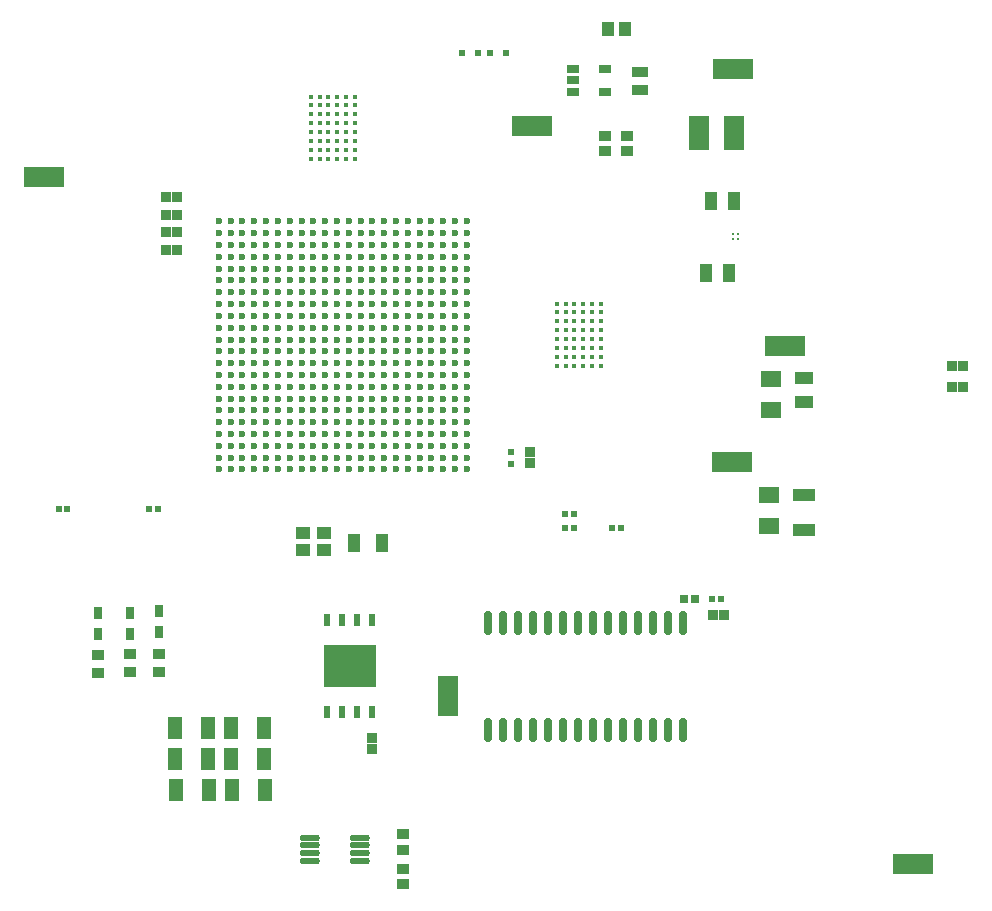
<source format=gbr>
%TF.GenerationSoftware,Altium Limited,Altium Designer,21.5.1 (32)*%
G04 Layer_Color=8421504*
%FSLAX45Y45*%
%MOMM*%
%TF.SameCoordinates,BAA3C551-5021-4B2B-824C-9EA50FFAFE59*%
%TF.FilePolarity,Positive*%
%TF.FileFunction,Paste,Top*%
%TF.Part,Single*%
G01*
G75*
%TA.AperFunction,SMDPad,CuDef*%
%ADD16R,3.43000X1.78000*%
%ADD28R,1.78000X3.43000*%
%ADD30R,1.00606X1.30822*%
%ADD31R,1.35000X0.95000*%
%ADD38R,0.50000X0.50000*%
%ADD70R,0.82000X0.86000*%
%ADD72R,0.86000X0.82000*%
%ADD99R,0.80000X0.75000*%
%ADD100O,0.70000X2.10000*%
%TA.AperFunction,BGAPad,CuDef*%
%ADD101C,0.60000*%
%TA.AperFunction,SMDPad,CuDef*%
%ADD102C,0.33000*%
%ADD103R,1.05000X1.55000*%
%ADD104R,4.50000X3.60000*%
%ADD105R,0.55000X1.05000*%
%ADD106O,1.70000X0.55000*%
%ADD107R,0.60000X0.55000*%
%ADD108R,1.20000X1.85000*%
%ADD109R,1.20000X1.00000*%
%ADD110R,1.05000X1.65000*%
%ADD111R,1.05000X0.90000*%
%ADD112R,1.70000X2.90000*%
G04:AMPARAMS|DCode=113|XSize=0.7mm|YSize=1.1mm|CornerRadius=0.101mm|HoleSize=0mm|Usage=FLASHONLY|Rotation=90.000|XOffset=0mm|YOffset=0mm|HoleType=Round|Shape=RoundedRectangle|*
%AMROUNDEDRECTD113*
21,1,0.70000,0.89800,0,0,90.0*
21,1,0.49800,1.10000,0,0,90.0*
1,1,0.20200,0.44900,0.24900*
1,1,0.20200,0.44900,-0.24900*
1,1,0.20200,-0.44900,-0.24900*
1,1,0.20200,-0.44900,0.24900*
%
%ADD113ROUNDEDRECTD113*%
%ADD114R,1.85000X1.10000*%
%ADD115R,1.55000X1.05000*%
%ADD116R,1.80000X1.45000*%
%ADD117R,0.58000X0.50000*%
%TA.AperFunction,BGAPad,CuDef*%
%ADD118C,0.43000*%
%ADD119C,0.39000*%
%TA.AperFunction,SMDPad,CuDef*%
%ADD120R,1.10000X0.95000*%
%ADD121R,0.80000X1.10000*%
D16*
X2975492Y8915489D02*
D03*
X10334747Y3102031D02*
D03*
X8811603Y9833049D02*
D03*
X7112290Y9352386D02*
D03*
X9249999Y7487498D02*
D03*
X8802011Y6505486D02*
D03*
D28*
X6400787Y4520676D02*
D03*
D30*
X7894015Y10165650D02*
D03*
X7748799Y10165650D02*
D03*
D31*
X8023984Y9652313D02*
D03*
X8023984Y9802315D02*
D03*
D38*
X6927555Y6590599D02*
D03*
X6927555Y6490599D02*
D03*
D70*
X5756250Y4070345D02*
D03*
X5756250Y4166342D02*
D03*
X7093443Y6586774D02*
D03*
X7093443Y6490772D02*
D03*
D72*
X8638281Y5208351D02*
D03*
X8734283Y5208351D02*
D03*
X4008907Y8596996D02*
D03*
X4008897Y8747420D02*
D03*
X4008902Y8446572D02*
D03*
X4008897Y8296143D02*
D03*
X10761208Y7313900D02*
D03*
X10761208Y7137400D02*
D03*
X10665206Y7313900D02*
D03*
X10665206Y7137400D02*
D03*
X4104899Y8747420D02*
D03*
X4104909Y8596996D02*
D03*
X4104899Y8296143D02*
D03*
X4104904Y8446572D02*
D03*
D99*
X8488355Y5345897D02*
D03*
X8393359Y5345897D02*
D03*
D100*
X7372111Y4238346D02*
D03*
X6737111Y4238346D02*
D03*
X6864111Y4238346D02*
D03*
X6991111Y4238346D02*
D03*
X7118111Y4238346D02*
D03*
X7245111Y4238346D02*
D03*
X7499111Y4238346D02*
D03*
X7626111Y4238346D02*
D03*
X7753111Y4238346D02*
D03*
X7880111Y4238346D02*
D03*
X8007111Y4238346D02*
D03*
X8134111Y4238346D02*
D03*
X8261111Y4238346D02*
D03*
X8388111Y4238346D02*
D03*
X6737111Y5138349D02*
D03*
X6864111Y5138349D02*
D03*
X6991111Y5138349D02*
D03*
X7118111Y5138349D02*
D03*
X7245111Y5138349D02*
D03*
X7372111Y5138349D02*
D03*
X7499111Y5138349D02*
D03*
X7626111Y5138349D02*
D03*
X7753111Y5138349D02*
D03*
X7880111Y5138349D02*
D03*
X8007111Y5138349D02*
D03*
X8134111Y5138349D02*
D03*
X8261111Y5138349D02*
D03*
X8388111Y5138349D02*
D03*
D101*
X6556995Y6440602D02*
D03*
X5856996Y8340598D02*
D03*
X6356995Y7740599D02*
D03*
X6356995Y7840599D02*
D03*
X5656997Y7740599D02*
D03*
X5556997Y7740599D02*
D03*
X5456997Y7740599D02*
D03*
X6356995Y7240600D02*
D03*
X5756996Y7440600D02*
D03*
X6356995Y7140600D02*
D03*
X5856996Y6640601D02*
D03*
X5756996Y7640599D02*
D03*
X5756996Y7540600D02*
D03*
X5756996Y7340600D02*
D03*
X5656997Y7240600D02*
D03*
X5556997Y7240600D02*
D03*
X5456997Y7240600D02*
D03*
X5156998Y8340598D02*
D03*
X5356997Y7740599D02*
D03*
X5256997Y7640599D02*
D03*
X5256997Y7540600D02*
D03*
X4656999Y7840599D02*
D03*
X4656999Y7740599D02*
D03*
X5256997Y7440600D02*
D03*
X5356997Y7240600D02*
D03*
X5256997Y7340600D02*
D03*
X5156998Y6640601D02*
D03*
X4656999Y7240600D02*
D03*
X4656999Y7140600D02*
D03*
X6556995Y8340598D02*
D03*
X6456995Y8440598D02*
D03*
X6356995Y8540603D02*
D03*
X5956996Y8040599D02*
D03*
X6056996Y8040599D02*
D03*
X5856996Y7840599D02*
D03*
X6056996Y7840599D02*
D03*
X5856996Y7740599D02*
D03*
X5856996Y7640599D02*
D03*
X4656999Y8540603D02*
D03*
X4556999Y8440598D02*
D03*
X4956998Y8040599D02*
D03*
X4456999Y8340598D02*
D03*
X5656997Y7840599D02*
D03*
X5756996Y7840599D02*
D03*
X5256997Y7840599D02*
D03*
X5356997Y7840599D02*
D03*
X5156998Y7840599D02*
D03*
X5156998Y7740599D02*
D03*
X5156998Y7640599D02*
D03*
X6056996Y6940601D02*
D03*
X5856996Y7340600D02*
D03*
X5856996Y7240600D02*
D03*
X5856996Y7140600D02*
D03*
X5756996Y7140600D02*
D03*
X6556995Y6640601D02*
D03*
X6456995Y6540602D02*
D03*
X6356995Y6440602D02*
D03*
X5256997Y7140600D02*
D03*
X5356997Y7140600D02*
D03*
X5156998Y7240600D02*
D03*
X5156998Y7140600D02*
D03*
X5656997Y7140600D02*
D03*
X5156998Y7340600D02*
D03*
X4956998Y6940601D02*
D03*
X4556999Y6540602D02*
D03*
X4656999Y6440602D02*
D03*
X4456999Y6640601D02*
D03*
X4456999Y6440602D02*
D03*
X4456999Y6540602D02*
D03*
X4456999Y6740601D02*
D03*
X4456999Y6840601D02*
D03*
X4456999Y6940601D02*
D03*
X4456999Y7040601D02*
D03*
X4456999Y7140600D02*
D03*
X4456999Y7240600D02*
D03*
X4456999Y7340600D02*
D03*
X4456999Y7440600D02*
D03*
X4456999Y7540600D02*
D03*
X4456999Y7640599D02*
D03*
X4456999Y7740599D02*
D03*
X4456999Y7840599D02*
D03*
X4456999Y7940599D02*
D03*
X4456999Y8040599D02*
D03*
X4456999Y8140598D02*
D03*
X4456999Y8240598D02*
D03*
X4456999Y8440598D02*
D03*
X4456999Y8540603D02*
D03*
X4556999Y6440602D02*
D03*
X4556999Y6640601D02*
D03*
X4556999Y6740601D02*
D03*
X4556999Y6840601D02*
D03*
X4556999Y6940601D02*
D03*
X4556999Y7040601D02*
D03*
X4556999Y7140600D02*
D03*
X4556999Y7240600D02*
D03*
X4556999Y7340600D02*
D03*
X4556999Y7440600D02*
D03*
X4556999Y7540600D02*
D03*
X4556999Y7640599D02*
D03*
X4556999Y7740599D02*
D03*
X4556999Y7840599D02*
D03*
X4556999Y7940599D02*
D03*
X4556999Y8040599D02*
D03*
X4556999Y8140598D02*
D03*
X4556999Y8240598D02*
D03*
X4556999Y8340598D02*
D03*
X4556999Y8540603D02*
D03*
X4656999Y6540602D02*
D03*
X4656999Y6640601D02*
D03*
X4656999Y6740601D02*
D03*
X4656999Y6840601D02*
D03*
X4656999Y6940601D02*
D03*
X4656999Y7040601D02*
D03*
X4656999Y7340600D02*
D03*
X4656999Y7440600D02*
D03*
X4656999Y7540600D02*
D03*
X4656999Y7640599D02*
D03*
X4656999Y7940599D02*
D03*
X4656999Y8040599D02*
D03*
X4656999Y8140598D02*
D03*
X4656999Y8240598D02*
D03*
X4656999Y8340598D02*
D03*
X4656999Y8440598D02*
D03*
X4756998Y6440602D02*
D03*
X4756998Y6540602D02*
D03*
X4756998Y6640601D02*
D03*
X4756998Y6740601D02*
D03*
X4756998Y6840601D02*
D03*
X4756998Y6940601D02*
D03*
X4756998Y7040601D02*
D03*
X4756998Y7140600D02*
D03*
X4756998Y7240600D02*
D03*
X4756998Y7340600D02*
D03*
X4756998Y7440600D02*
D03*
X4756998Y7540600D02*
D03*
X4756998Y7640599D02*
D03*
X4756998Y7740599D02*
D03*
X4756998Y7840599D02*
D03*
X4756998Y7940599D02*
D03*
X4756998Y8040599D02*
D03*
X4756998Y8140598D02*
D03*
X4756998Y8240598D02*
D03*
X4756998Y8340598D02*
D03*
X4756998Y8440598D02*
D03*
X4756998Y8540603D02*
D03*
X4856998Y6440602D02*
D03*
X4856998Y6540602D02*
D03*
X4856998Y6640601D02*
D03*
X4856998Y6740601D02*
D03*
X4856998Y6840601D02*
D03*
X4856998Y6940601D02*
D03*
X4856998Y7040601D02*
D03*
X4856998Y7140600D02*
D03*
X4856998Y7240600D02*
D03*
X4856998Y7340600D02*
D03*
X4856998Y7440600D02*
D03*
X4856998Y7540600D02*
D03*
X4856998Y7640599D02*
D03*
X4856998Y7740599D02*
D03*
X4856998Y7840599D02*
D03*
X4856998Y7940599D02*
D03*
X4856998Y8040599D02*
D03*
X4856998Y8140598D02*
D03*
X4856998Y8240598D02*
D03*
X4856998Y8340598D02*
D03*
X4856998Y8440598D02*
D03*
X4856998Y8540603D02*
D03*
X4956998Y6440602D02*
D03*
X4956998Y6540602D02*
D03*
X4956998Y6640601D02*
D03*
X4956998Y6740601D02*
D03*
X4956998Y6840601D02*
D03*
X4956998Y7040601D02*
D03*
X4956998Y7140600D02*
D03*
X4956998Y7240600D02*
D03*
X4956998Y7340600D02*
D03*
X4956998Y7440600D02*
D03*
X4956998Y7540600D02*
D03*
X4956998Y7640599D02*
D03*
X4956998Y7740599D02*
D03*
X4956998Y7840599D02*
D03*
X4956998Y7940599D02*
D03*
X4956998Y8140598D02*
D03*
X4956998Y8240598D02*
D03*
X4956998Y8340598D02*
D03*
X4956998Y8440598D02*
D03*
X4956998Y8540603D02*
D03*
X5056998Y6440602D02*
D03*
X5056998Y6540602D02*
D03*
X5056998Y6640601D02*
D03*
X5056998Y6740601D02*
D03*
X5056998Y6840601D02*
D03*
X5056998Y6940601D02*
D03*
X5056998Y7040601D02*
D03*
X5056998Y7140600D02*
D03*
X5056998Y7240600D02*
D03*
X5056998Y7340600D02*
D03*
X5056998Y7440600D02*
D03*
X5056998Y7540600D02*
D03*
X5056998Y7640599D02*
D03*
X5056998Y7740599D02*
D03*
X5056998Y7840599D02*
D03*
X5056998Y7940599D02*
D03*
X5056998Y8040599D02*
D03*
X5056998Y8140598D02*
D03*
X5056998Y8240598D02*
D03*
X5056998Y8340598D02*
D03*
X5056998Y8440598D02*
D03*
X5056998Y8540603D02*
D03*
X5156998Y6440602D02*
D03*
X5156998Y6540602D02*
D03*
X5156998Y6740601D02*
D03*
X5156998Y6840601D02*
D03*
X5156998Y6940601D02*
D03*
X5156998Y7040601D02*
D03*
X5156998Y7440600D02*
D03*
X5156998Y7540600D02*
D03*
X5156998Y7940599D02*
D03*
X5156998Y8040599D02*
D03*
X5156998Y8140598D02*
D03*
X5156998Y8240598D02*
D03*
X5156998Y8440598D02*
D03*
X5156998Y8540603D02*
D03*
X5256997Y6440602D02*
D03*
X5256997Y6540602D02*
D03*
X5256997Y6640601D02*
D03*
X5256997Y6740601D02*
D03*
X5256997Y6840601D02*
D03*
X5256997Y6940601D02*
D03*
X5256997Y7040601D02*
D03*
X5256997Y7240600D02*
D03*
X5256997Y7740599D02*
D03*
X5256997Y7940599D02*
D03*
X5256997Y8040599D02*
D03*
X5256997Y8140598D02*
D03*
X5256997Y8240598D02*
D03*
X5256997Y8340598D02*
D03*
X5256997Y8440598D02*
D03*
X5256997Y8540603D02*
D03*
X5356997Y6440602D02*
D03*
X5356997Y6540602D02*
D03*
X5356997Y6640601D02*
D03*
X5356997Y6740601D02*
D03*
X5356997Y6840601D02*
D03*
X5356997Y6940601D02*
D03*
X5356997Y7040601D02*
D03*
X5356997Y7340600D02*
D03*
X5356997Y7440600D02*
D03*
X5356997Y7540600D02*
D03*
X5356997Y7640599D02*
D03*
X5356997Y7940599D02*
D03*
X5356997Y8040599D02*
D03*
X5356997Y8140598D02*
D03*
X5356997Y8240598D02*
D03*
X5356997Y8340598D02*
D03*
X5356997Y8440598D02*
D03*
X5356997Y8540603D02*
D03*
X5456997Y6440602D02*
D03*
X5456997Y6540602D02*
D03*
X5456997Y6640601D02*
D03*
X5456997Y6740601D02*
D03*
X5456997Y6840601D02*
D03*
X5456997Y6940601D02*
D03*
X5456997Y7040601D02*
D03*
X5456997Y7140600D02*
D03*
X5456997Y7340600D02*
D03*
X5456997Y7440600D02*
D03*
X5456997Y7540600D02*
D03*
X5456997Y7640599D02*
D03*
X5456997Y7840599D02*
D03*
X5456997Y7940599D02*
D03*
X5456997Y8040599D02*
D03*
X5456997Y8140598D02*
D03*
X5456997Y8240598D02*
D03*
X5456997Y8340598D02*
D03*
X5456997Y8440598D02*
D03*
X5456997Y8540603D02*
D03*
X5556997Y6440602D02*
D03*
X5556997Y6540602D02*
D03*
X5556997Y6640601D02*
D03*
X5556997Y6740601D02*
D03*
X5556997Y6840601D02*
D03*
X5556997Y6940601D02*
D03*
X5556997Y7040601D02*
D03*
X5556997Y7140600D02*
D03*
X5556997Y7340600D02*
D03*
X5556997Y7440600D02*
D03*
X5556997Y7540600D02*
D03*
X5556997Y7640599D02*
D03*
X5556997Y7840599D02*
D03*
X5556997Y7940599D02*
D03*
X5556997Y8040599D02*
D03*
X5556997Y8140598D02*
D03*
X5556997Y8240598D02*
D03*
X5556997Y8340598D02*
D03*
X5556997Y8440598D02*
D03*
X5556997Y8540603D02*
D03*
X5656997Y6440602D02*
D03*
X5656997Y6540602D02*
D03*
X5656997Y6640601D02*
D03*
X5656997Y6740601D02*
D03*
X5656997Y6840601D02*
D03*
X5656997Y6940601D02*
D03*
X5656997Y7040601D02*
D03*
X5656997Y7340600D02*
D03*
X5656997Y7440600D02*
D03*
X5656997Y7540600D02*
D03*
X5656997Y7640599D02*
D03*
X5656997Y7940599D02*
D03*
X5656997Y8040599D02*
D03*
X5656997Y8140598D02*
D03*
X5656997Y8240598D02*
D03*
X5656997Y8340598D02*
D03*
X5656997Y8440598D02*
D03*
X5656997Y8540603D02*
D03*
X5756996Y6440602D02*
D03*
X5756996Y6540602D02*
D03*
X5756996Y6640601D02*
D03*
X5756996Y6740601D02*
D03*
X5756996Y6840601D02*
D03*
X5756996Y6940601D02*
D03*
X5756996Y7040601D02*
D03*
X5756996Y7240600D02*
D03*
X5756996Y7740599D02*
D03*
X5756996Y7940599D02*
D03*
X5756996Y8040599D02*
D03*
X5756996Y8140598D02*
D03*
X5756996Y8240598D02*
D03*
X5756996Y8340598D02*
D03*
X5756996Y8440598D02*
D03*
X5756996Y8540603D02*
D03*
X5856996Y6440602D02*
D03*
X5856996Y6540602D02*
D03*
X5856996Y6740601D02*
D03*
X5856996Y6840601D02*
D03*
X5856996Y6940601D02*
D03*
X5856996Y7040601D02*
D03*
X5856996Y7440600D02*
D03*
X5856996Y7540600D02*
D03*
X5856996Y7940599D02*
D03*
X5856996Y8040599D02*
D03*
X5856996Y8140598D02*
D03*
X5856996Y8240598D02*
D03*
X5856996Y8440598D02*
D03*
X5856996Y8540603D02*
D03*
X5956996Y6440602D02*
D03*
X5956996Y6540602D02*
D03*
X5956996Y6640601D02*
D03*
X5956996Y6740601D02*
D03*
X5956996Y6840601D02*
D03*
X5956996Y6940601D02*
D03*
X5956996Y7040601D02*
D03*
X5956996Y7140600D02*
D03*
X5956996Y7240600D02*
D03*
X5956996Y7340600D02*
D03*
X5956996Y7440600D02*
D03*
X5956996Y7540600D02*
D03*
X5956996Y7640599D02*
D03*
X5956996Y7740599D02*
D03*
X5956996Y7840599D02*
D03*
X5956996Y7940599D02*
D03*
X5956996Y8140598D02*
D03*
X5956996Y8240598D02*
D03*
X5956996Y8340598D02*
D03*
X5956996Y8440598D02*
D03*
X5956996Y8540603D02*
D03*
X6056996Y6440602D02*
D03*
X6056996Y6540602D02*
D03*
X6056996Y6640601D02*
D03*
X6056996Y6740601D02*
D03*
X6056996Y6840601D02*
D03*
X6056996Y7040601D02*
D03*
X6056996Y7140600D02*
D03*
X6056996Y7240600D02*
D03*
X6056996Y7340600D02*
D03*
X6056996Y7440600D02*
D03*
X6056996Y7540600D02*
D03*
X6056996Y7640599D02*
D03*
X6056996Y7740599D02*
D03*
X6056996Y7940599D02*
D03*
X6056996Y8140598D02*
D03*
X6056996Y8240598D02*
D03*
X6056996Y8340598D02*
D03*
X6056996Y8440598D02*
D03*
X6056996Y8540603D02*
D03*
X6156996Y6440602D02*
D03*
X6156996Y6540602D02*
D03*
X6156996Y6640601D02*
D03*
X6156996Y6740601D02*
D03*
X6156996Y6840601D02*
D03*
X6156996Y6940601D02*
D03*
X6156996Y7040601D02*
D03*
X6156996Y7140600D02*
D03*
X6156996Y7240600D02*
D03*
X6156996Y7340600D02*
D03*
X6156996Y7440600D02*
D03*
X6156996Y7540600D02*
D03*
X6156996Y7640599D02*
D03*
X6156996Y7740599D02*
D03*
X6156996Y7840599D02*
D03*
X6156996Y7940599D02*
D03*
X6156996Y8040599D02*
D03*
X6156996Y8140598D02*
D03*
X6156996Y8240598D02*
D03*
X6156996Y8340598D02*
D03*
X6156996Y8440598D02*
D03*
X6156996Y8540603D02*
D03*
X6256995Y6440602D02*
D03*
X6256995Y6540602D02*
D03*
X6256995Y6640601D02*
D03*
X6256995Y6740601D02*
D03*
X6256995Y6840601D02*
D03*
X6256995Y6940601D02*
D03*
X6256995Y7040601D02*
D03*
X6256995Y7140600D02*
D03*
X6256995Y7240600D02*
D03*
X6256995Y7340600D02*
D03*
X6256995Y7440600D02*
D03*
X6256995Y7540600D02*
D03*
X6256995Y7640599D02*
D03*
X6256995Y7740599D02*
D03*
X6256995Y7840599D02*
D03*
X6256995Y7940599D02*
D03*
X6256995Y8040599D02*
D03*
X6256995Y8140598D02*
D03*
X6256995Y8240598D02*
D03*
X6256995Y8340598D02*
D03*
X6256995Y8440598D02*
D03*
X6256995Y8540603D02*
D03*
X6356995Y6540602D02*
D03*
X6356995Y6640601D02*
D03*
X6356995Y6740601D02*
D03*
X6356995Y6840601D02*
D03*
X6356995Y6940601D02*
D03*
X6356995Y7040601D02*
D03*
X6356995Y7340600D02*
D03*
X6356995Y7440600D02*
D03*
X6356995Y7540600D02*
D03*
X6356995Y7640599D02*
D03*
X6356995Y7940599D02*
D03*
X6356995Y8040599D02*
D03*
X6356995Y8140598D02*
D03*
X6356995Y8240598D02*
D03*
X6356995Y8340598D02*
D03*
X6356995Y8440598D02*
D03*
X6456995Y6440602D02*
D03*
X6456995Y6640601D02*
D03*
X6456995Y6740601D02*
D03*
X6456995Y6840601D02*
D03*
X6456995Y6940601D02*
D03*
X6456995Y7040601D02*
D03*
X6456995Y7140600D02*
D03*
X6456995Y7240600D02*
D03*
X6456995Y7340600D02*
D03*
X6456995Y7440600D02*
D03*
X6456995Y7540600D02*
D03*
X6456995Y7640599D02*
D03*
X6456995Y7740599D02*
D03*
X6456995Y7840599D02*
D03*
X6456995Y7940599D02*
D03*
X6456995Y8040599D02*
D03*
X6456995Y8140598D02*
D03*
X6456995Y8240598D02*
D03*
X6456995Y8340598D02*
D03*
X6456995Y8540603D02*
D03*
X6556995Y6540602D02*
D03*
X6556995Y6740601D02*
D03*
X6556995Y6840601D02*
D03*
X6556995Y6940601D02*
D03*
X6556995Y7040601D02*
D03*
X6556995Y7140600D02*
D03*
X6556995Y7240600D02*
D03*
X6556995Y7340600D02*
D03*
X6556995Y7440600D02*
D03*
X6556995Y7540600D02*
D03*
X6556995Y7640599D02*
D03*
X6556995Y7740599D02*
D03*
X6556995Y7840599D02*
D03*
X6556995Y7940599D02*
D03*
X6556995Y8040599D02*
D03*
X6556995Y8140598D02*
D03*
X6556995Y8240598D02*
D03*
X6556995Y8440598D02*
D03*
X6556995Y8540603D02*
D03*
D102*
X8809469Y8394958D02*
D03*
X8809469Y8434958D02*
D03*
X8849469Y8394958D02*
D03*
X8849469Y8434958D02*
D03*
D103*
X8577605Y8102033D02*
D03*
X8777606Y8102033D02*
D03*
X8621064Y8709245D02*
D03*
X8821064Y8709245D02*
D03*
D104*
X5565750Y4779061D02*
D03*
D105*
X5629250Y4389064D02*
D03*
X5502250Y4389064D02*
D03*
X5375250Y4389064D02*
D03*
X5375250Y5169063D02*
D03*
X5502250Y5169063D02*
D03*
X5629250Y5169063D02*
D03*
X5756250Y5169063D02*
D03*
X5756250Y4389064D02*
D03*
D106*
X5656067Y3127980D02*
D03*
X5656067Y3192978D02*
D03*
X5656067Y3257982D02*
D03*
X5656067Y3322980D02*
D03*
X5226066Y3127980D02*
D03*
X5226066Y3192978D02*
D03*
X5226066Y3322980D02*
D03*
X5226066Y3257982D02*
D03*
D107*
X3175193Y6108700D02*
D03*
X3100192Y6108700D02*
D03*
X7465898Y5941268D02*
D03*
X7390897Y5941268D02*
D03*
X7788692Y5941268D02*
D03*
X7863693Y5941268D02*
D03*
X8711281Y5345897D02*
D03*
X8636279Y5345897D02*
D03*
X7390897Y6059907D02*
D03*
X7465898Y6059907D02*
D03*
X3944386Y6108700D02*
D03*
X3869385Y6108700D02*
D03*
D108*
X4089095Y4248739D02*
D03*
X4369095Y4248739D02*
D03*
X4096878Y3727887D02*
D03*
X4376877Y3727887D02*
D03*
X4849139Y3727887D02*
D03*
X4569140Y3727887D02*
D03*
X4841357Y3988313D02*
D03*
X4561357Y3988313D02*
D03*
X4841357Y4248739D02*
D03*
X4561357Y4248739D02*
D03*
X4369095Y3988313D02*
D03*
X4089095Y3988313D02*
D03*
D109*
X5347802Y5899302D02*
D03*
X5347802Y5759298D02*
D03*
X5167798Y5759298D02*
D03*
X5167798Y5899302D02*
D03*
D110*
X5835000Y5817499D02*
D03*
X5599999Y5817499D02*
D03*
D111*
X6014870Y3351028D02*
D03*
X6014870Y3221031D02*
D03*
X7909031Y9263381D02*
D03*
X7909031Y9133383D02*
D03*
X7728091Y9133388D02*
D03*
X7728091Y9263386D02*
D03*
X6014873Y3060598D02*
D03*
X6014873Y2930601D02*
D03*
D112*
X8820261Y9289867D02*
D03*
X8525265Y9289867D02*
D03*
D113*
X7728091Y9639088D02*
D03*
X7453091Y9829090D02*
D03*
X7453091Y9734089D02*
D03*
X7453091Y9639088D02*
D03*
X7728091Y9829090D02*
D03*
D114*
X9414995Y6223891D02*
D03*
X9414995Y5923887D02*
D03*
D115*
X9407500Y7012498D02*
D03*
X9407500Y7212498D02*
D03*
D116*
X9112498Y5961080D02*
D03*
X9112498Y6221084D02*
D03*
X9127500Y7203100D02*
D03*
X9127500Y6943095D02*
D03*
D117*
X6518732Y9968062D02*
D03*
X6754724Y9968062D02*
D03*
X6886722Y9968062D02*
D03*
X6650731Y9968062D02*
D03*
D118*
X7692598Y7620000D02*
D03*
X7317598Y7544999D02*
D03*
X7692598Y7320001D02*
D03*
X7617602Y7320001D02*
D03*
X7542601Y7320001D02*
D03*
X7467600Y7320001D02*
D03*
X7392599Y7320001D02*
D03*
X7317598Y7320001D02*
D03*
X7692598Y7395002D02*
D03*
X7617602Y7395002D02*
D03*
X7542601Y7395002D02*
D03*
X7467600Y7395002D02*
D03*
X7392599Y7395002D02*
D03*
X7317598Y7395002D02*
D03*
X7692598Y7469998D02*
D03*
X7617602Y7469998D02*
D03*
X7542601Y7469998D02*
D03*
X7467600Y7469998D02*
D03*
X7392599Y7469998D02*
D03*
X7317598Y7469998D02*
D03*
X7692598Y7544999D02*
D03*
X7617602Y7544999D02*
D03*
X7542601Y7544999D02*
D03*
X7467600Y7544999D02*
D03*
X7392599Y7544999D02*
D03*
X7617602Y7620000D02*
D03*
X7542601Y7620000D02*
D03*
X7467600Y7620000D02*
D03*
X7392599Y7620000D02*
D03*
X7317598Y7620000D02*
D03*
X7692598Y7695001D02*
D03*
X7617602Y7695001D02*
D03*
X7542601Y7695001D02*
D03*
X7467600Y7695001D02*
D03*
X7392599Y7695001D02*
D03*
X7317598Y7695001D02*
D03*
X7692598Y7770002D02*
D03*
X7617602Y7770002D02*
D03*
X7542601Y7770002D02*
D03*
X7467600Y7770002D02*
D03*
X7392599Y7770002D02*
D03*
X7317598Y7770002D02*
D03*
X7692598Y7844998D02*
D03*
X7617602Y7844998D02*
D03*
X7542601Y7844998D02*
D03*
X7467600Y7844998D02*
D03*
X7392599Y7844998D02*
D03*
X7317598Y7844998D02*
D03*
D119*
X5609798Y9372600D02*
D03*
X5234798Y9297599D02*
D03*
X5609798Y9072601D02*
D03*
X5534802Y9072601D02*
D03*
X5459801Y9072601D02*
D03*
X5384800Y9072601D02*
D03*
X5309799Y9072601D02*
D03*
X5234798Y9072601D02*
D03*
X5609798Y9147602D02*
D03*
X5534802Y9147602D02*
D03*
X5459801Y9147602D02*
D03*
X5384800Y9147602D02*
D03*
X5309799Y9147602D02*
D03*
X5234798Y9147602D02*
D03*
X5609798Y9222598D02*
D03*
X5534802Y9222598D02*
D03*
X5459801Y9222598D02*
D03*
X5384800Y9222598D02*
D03*
X5309799Y9222598D02*
D03*
X5234798Y9222598D02*
D03*
X5609798Y9297599D02*
D03*
X5534802Y9297599D02*
D03*
X5459801Y9297599D02*
D03*
X5384800Y9297599D02*
D03*
X5309799Y9297599D02*
D03*
X5534802Y9372600D02*
D03*
X5459801Y9372600D02*
D03*
X5384800Y9372600D02*
D03*
X5309799Y9372600D02*
D03*
X5234798Y9372600D02*
D03*
X5609798Y9447601D02*
D03*
X5534802Y9447601D02*
D03*
X5459801Y9447601D02*
D03*
X5384800Y9447601D02*
D03*
X5309799Y9447601D02*
D03*
X5234798Y9447601D02*
D03*
X5609798Y9522602D02*
D03*
X5534802Y9522602D02*
D03*
X5459801Y9522602D02*
D03*
X5384800Y9522602D02*
D03*
X5309799Y9522602D02*
D03*
X5234798Y9522602D02*
D03*
X5609798Y9597598D02*
D03*
X5534802Y9597598D02*
D03*
X5459801Y9597598D02*
D03*
X5384800Y9597598D02*
D03*
X5309799Y9597598D02*
D03*
X5234798Y9597598D02*
D03*
D120*
X3700916Y4725412D02*
D03*
X3700916Y4875415D02*
D03*
X3946046Y4724808D02*
D03*
X3946046Y4874810D02*
D03*
X3431280Y4716683D02*
D03*
X3431280Y4866685D02*
D03*
D121*
X3431279Y5048364D02*
D03*
X3431279Y5228369D02*
D03*
X3946045Y5061186D02*
D03*
X3946045Y5241191D02*
D03*
X3700914Y5048334D02*
D03*
X3700914Y5228339D02*
D03*
%TF.MD5,fc8043f0f044b7076cbc9e6b37709550*%
M02*

</source>
